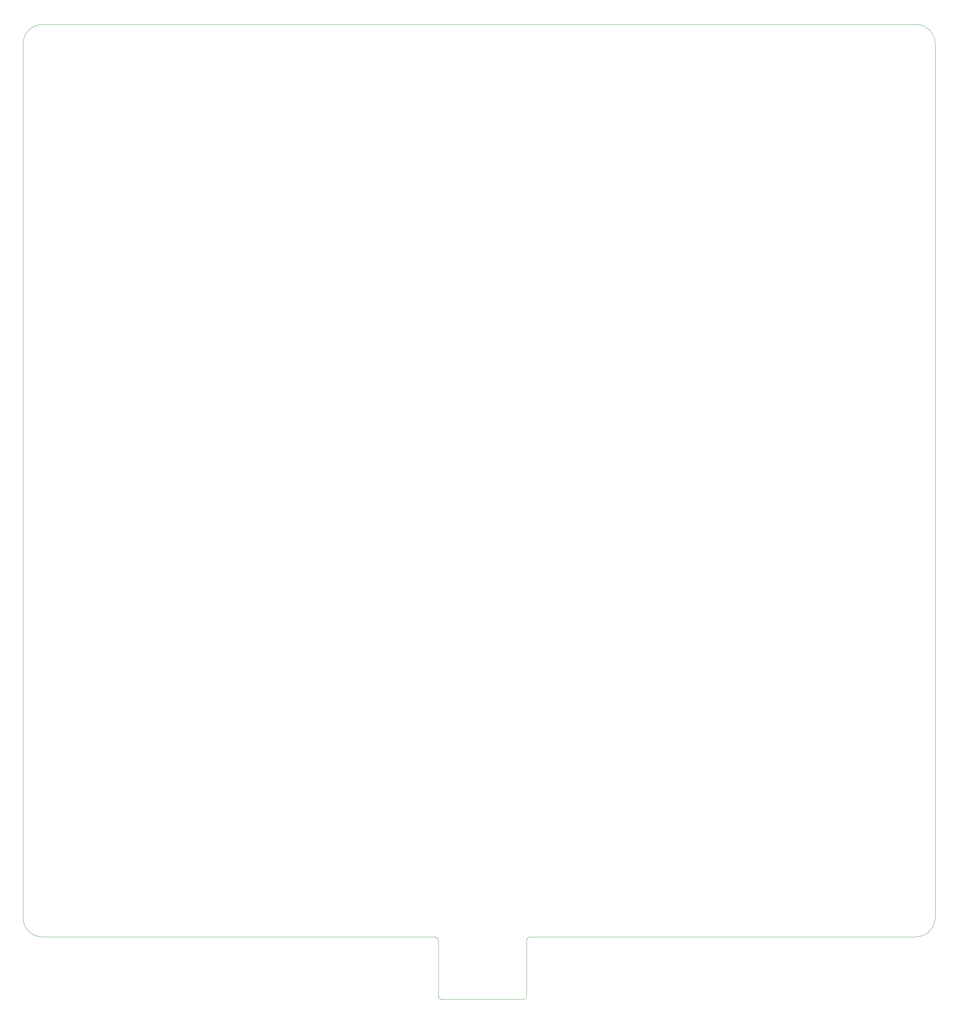
<source format=gm1>
G04 #@! TF.GenerationSoftware,KiCad,Pcbnew,5.99.0-unknown-5975524826~131~ubuntu21.04.1*
G04 #@! TF.CreationDate,2021-09-24T15:40:40+02:00*
G04 #@! TF.ProjectId,e3pb,65337062-2e6b-4696-9361-645f70636258,rev?*
G04 #@! TF.SameCoordinates,Original*
G04 #@! TF.FileFunction,Profile,NP*
%FSLAX46Y46*%
G04 Gerber Fmt 4.6, Leading zero omitted, Abs format (unit mm)*
G04 Created by KiCad (PCBNEW 5.99.0-unknown-5975524826~131~ubuntu21.04.1) date 2021-09-24 15:40:40*
%MOMM*%
%LPD*%
G01*
G04 APERTURE LIST*
G04 #@! TA.AperFunction,Profile*
%ADD10C,0.100000*%
G04 #@! TD*
G04 APERTURE END LIST*
D10*
X117500000Y112500000D02*
X117500000Y-112500000D01*
X13250000Y-117500000D02*
G75*
G03*
X12250000Y-118500000I0J-1000000D01*
G01*
X-117500000Y-112500000D02*
G75*
G03*
X-112500000Y-117500000I5000000J0D01*
G01*
X117500000Y-112500000D02*
G75*
G02*
X112500000Y-117500000I-5000000J0D01*
G01*
X-9500000Y-133600000D02*
G75*
G02*
X-10500000Y-132600000I0J1000000D01*
G01*
X13250000Y-117500000D02*
X112500000Y-117500000D01*
X12250000Y-132600000D02*
G75*
G02*
X11250000Y-133600000I-1000000J0D01*
G01*
X12250000Y-132600000D02*
X12250000Y-118500000D01*
X-9500000Y-133600000D02*
X11250000Y-133600000D01*
X-117500000Y112500000D02*
G75*
G02*
X-112500000Y117500000I5000000J0D01*
G01*
X-10500000Y-118500000D02*
X-10500000Y-132600000D01*
X-112500000Y117500000D02*
X112500000Y117500000D01*
X-117500000Y112500000D02*
X-117500000Y-112500000D01*
X-112500000Y-117500000D02*
X-11500000Y-117500000D01*
X112500000Y117500000D02*
G75*
G02*
X117500000Y112500000I0J-5000000D01*
G01*
X-11500000Y-117500000D02*
G75*
G02*
X-10500000Y-118500000I0J-1000000D01*
G01*
M02*

</source>
